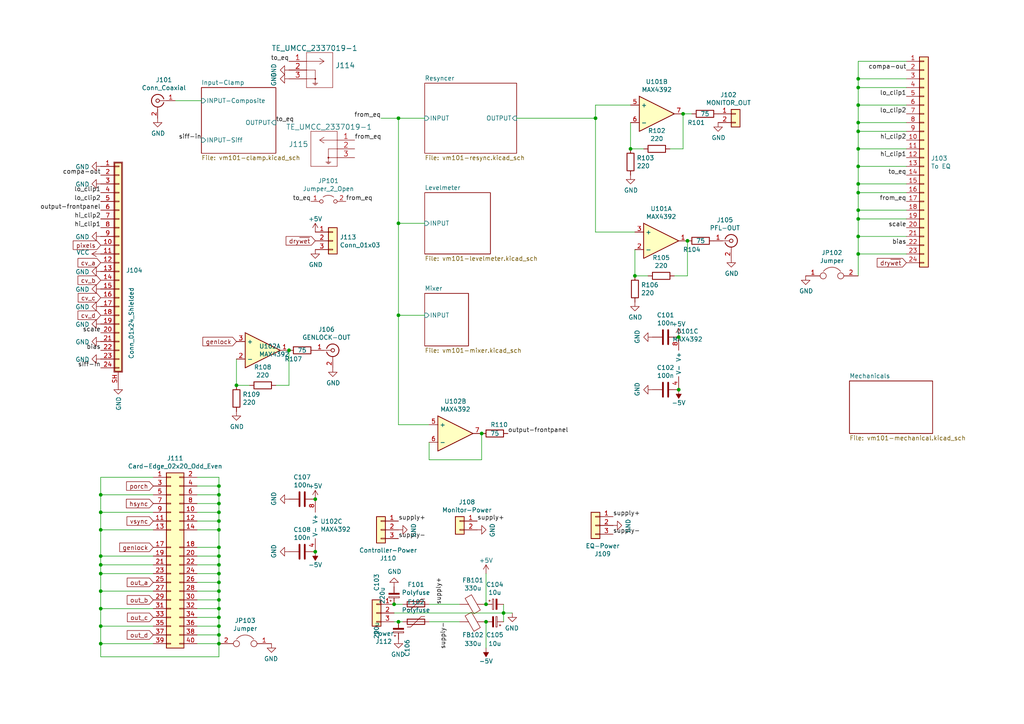
<source format=kicad_sch>
(kicad_sch (version 20211123) (generator eeschema)
  (paper "A4")
  (title_block (title "vMIX20-Analog-Signal-Section") (date "2020-11-23") (company "[ a n y m a ]"))
  (lib_symbols
    (symbol "Connector:Conn_01x01_Female" (pin_names (offset 1.016) hide)
      (property "Reference" "J" (at 0 2.54 0))
      (property "Value" "Conn_01x01_Female" (at 0 -2.54 0))
      (symbol "Conn_01x01_Female_1_1"
        (pin passive line (at -5.08 0 0) (length 3.81) (name "Pin_1") (number "1"))
      )
    )
    (symbol "Connector:Conn_Coaxial" (pin_names (offset 1.016) hide)
      (property "Reference" "J" (at 0.254 3.048 0))
      (property "Value" "Conn_Coaxial" (at 2.921 0 90))
      (symbol "Conn_Coaxial_1_1"
        (pin passive line (at -5.08 0 0) (length 2.54) (name "In") (number "1"))
        (pin passive line (at 0 -5.08 90) (length 2.54) (name "Ext") (number "2"))
      )
    )
    (symbol "Connector_Generic:Conn_01x02" (pin_names (offset 1.016) hide)
      (property "Reference" "J" (at 0 2.54 0))
      (property "Value" "Conn_01x02" (at 0 -5.08 0))
      (symbol "Conn_01x02_1_1"
        (pin passive line (at -5.08 0 0) (length 3.81) (name "Pin_1") (number "1"))
        (pin passive line (at -5.08 -2.54 0) (length 3.81) (name "Pin_2") (number "2"))
      )
    )
    (symbol "Connector_Generic:Conn_01x03" (pin_names (offset 1.016) hide)
      (property "Reference" "J" (at 0 5.08 0))
      (property "Value" "Conn_01x03" (at 0 -5.08 0))
      (symbol "Conn_01x03_1_1"
        (pin passive line (at -5.08 2.54 0) (length 3.81) (name "Pin_1") (number "1"))
        (pin passive line (at -5.08 0 0) (length 3.81) (name "Pin_2") (number "2"))
        (pin passive line (at -5.08 -2.54 0) (length 3.81) (name "Pin_3") (number "3"))
      )
    )
    (symbol "Connector_Generic:Conn_01x24" (pin_names (offset 1.016) hide)
      (property "Reference" "J" (at 0 30.48 0))
      (property "Value" "Conn_01x24" (at 0 -33.02 0))
      (symbol "Conn_01x24_1_1"
        (pin passive line (at -5.08 27.94 0) (length 3.81) (name "Pin_1") (number "1"))
        (pin passive line (at -5.08 5.08 0) (length 3.81) (name "Pin_10") (number "10"))
        (pin passive line (at -5.08 2.54 0) (length 3.81) (name "Pin_11") (number "11"))
        (pin passive line (at -5.08 0 0) (length 3.81) (name "Pin_12") (number "12"))
        (pin passive line (at -5.08 -2.54 0) (length 3.81) (name "Pin_13") (number "13"))
        (pin passive line (at -5.08 -5.08 0) (length 3.81) (name "Pin_14") (number "14"))
        (pin passive line (at -5.08 -7.62 0) (length 3.81) (name "Pin_15") (number "15"))
        (pin passive line (at -5.08 -10.16 0) (length 3.81) (name "Pin_16") (number "16"))
        (pin passive line (at -5.08 -12.7 0) (length 3.81) (name "Pin_17") (number "17"))
        (pin passive line (at -5.08 -15.24 0) (length 3.81) (name "Pin_18") (number "18"))
        (pin passive line (at -5.08 -17.78 0) (length 3.81) (name "Pin_19") (number "19"))
        (pin passive line (at -5.08 25.4 0) (length 3.81) (name "Pin_2") (number "2"))
        (pin passive line (at -5.08 -20.32 0) (length 3.81) (name "Pin_20") (number "20"))
        (pin passive line (at -5.08 -22.86 0) (length 3.81) (name "Pin_21") (number "21"))
        (pin passive line (at -5.08 -25.4 0) (length 3.81) (name "Pin_22") (number "22"))
        (pin passive line (at -5.08 -27.94 0) (length 3.81) (name "Pin_23") (number "23"))
        (pin passive line (at -5.08 -30.48 0) (length 3.81) (name "Pin_24") (number "24"))
        (pin passive line (at -5.08 22.86 0) (length 3.81) (name "Pin_3") (number "3"))
        (pin passive line (at -5.08 20.32 0) (length 3.81) (name "Pin_4") (number "4"))
        (pin passive line (at -5.08 17.78 0) (length 3.81) (name "Pin_5") (number "5"))
        (pin passive line (at -5.08 15.24 0) (length 3.81) (name "Pin_6") (number "6"))
        (pin passive line (at -5.08 12.7 0) (length 3.81) (name "Pin_7") (number "7"))
        (pin passive line (at -5.08 10.16 0) (length 3.81) (name "Pin_8") (number "8"))
        (pin passive line (at -5.08 7.62 0) (length 3.81) (name "Pin_9") (number "9"))
      )
    )
    (symbol "Connector_Generic_Shielded:Conn_01x24_Shielded" (pin_names (offset 1.016) hide)
      (property "Reference" "J" (at 0.254 30.226 0))
      (property "Value" "Conn_01x24_Shielded" (at 1.016 -32.766 0))
      (symbol "Conn_01x24_Shielded_1_1"
        (pin passive line (at -5.08 27.94 0) (length 4.064) (name "Pin_1") (number "1"))
        (pin passive line (at -5.08 5.08 0) (length 4.064) (name "Pin_10") (number "10"))
        (pin passive line (at -5.08 2.54 0) (length 4.064) (name "Pin_11") (number "11"))
        (pin passive line (at -5.08 0 0) (length 4.064) (name "Pin_12") (number "12"))
        (pin passive line (at -5.08 -2.54 0) (length 4.064) (name "Pin_13") (number "13"))
        (pin passive line (at -5.08 -5.08 0) (length 4.064) (name "Pin_14") (number "14"))
        (pin passive line (at -5.08 -7.62 0) (length 4.064) (name "Pin_15") (number "15"))
        (pin passive line (at -5.08 -10.16 0) (length 4.064) (name "Pin_16") (number "16"))
        (pin passive line (at -5.08 -12.7 0) (length 4.064) (name "Pin_17") (number "17"))
        (pin passive line (at -5.08 -15.24 0) (length 4.064) (name "Pin_18") (number "18"))
        (pin passive line (at -5.08 -17.78 0) (length 4.064) (name "Pin_19") (number "19"))
        (pin passive line (at -5.08 25.4 0) (length 4.064) (name "Pin_2") (number "2"))
        (pin passive line (at -5.08 -20.32 0) (length 4.064) (name "Pin_20") (number "20"))
        (pin passive line (at -5.08 -22.86 0) (length 4.064) (name "Pin_21") (number "21"))
        (pin passive line (at -5.08 -25.4 0) (length 4.064) (name "Pin_22") (number "22"))
        (pin passive line (at -5.08 -27.94 0) (length 4.064) (name "Pin_23") (number "23"))
        (pin passive line (at -5.08 -30.48 0) (length 4.064) (name "Pin_24") (number "24"))
        (pin passive line (at -5.08 22.86 0) (length 4.064) (name "Pin_3") (number "3"))
        (pin passive line (at -5.08 20.32 0) (length 4.064) (name "Pin_4") (number "4"))
        (pin passive line (at -5.08 17.78 0) (length 4.064) (name "Pin_5") (number "5"))
        (pin passive line (at -5.08 15.24 0) (length 4.064) (name "Pin_6") (number "6"))
        (pin passive line (at -5.08 12.7 0) (length 4.064) (name "Pin_7") (number "7"))
        (pin passive line (at -5.08 10.16 0) (length 4.064) (name "Pin_8") (number "8"))
        (pin passive line (at -5.08 7.62 0) (length 4.064) (name "Pin_9") (number "9"))
        (pin passive line (at 0 -35.56 90) (length 3.81) (name "Shield") (number "SH"))
      )
    )
    (symbol "Device:C" (pin_numbers hide) (pin_names (offset 0.254))
      (property "Reference" "C" (at 0.635 2.54 0))
      (property "Value" "C" (at 0.635 -2.54 0))
      (symbol "C_1_1"
        (pin passive line (at 0 3.81 270) (length 2.794) (name "~") (number "1"))
        (pin passive line (at 0 -3.81 90) (length 2.794) (name "~") (number "2"))
      )
    )
    (symbol "Device:Jumper" (pin_names (offset 0.762) hide)
      (property "Reference" "JP" (at 0 3.81 0))
      (property "Value" "Device_Jumper" (at 0 -2.032 0))
      (symbol "Jumper_0_1"
        (pin passive line (at -7.62 0 0) (length 4.191) (name "1") (number "1"))
        (pin passive line (at 7.62 0 180) (length 4.191) (name "2") (number "2"))
      )
    )
    (symbol "Device:Polyfuse" (pin_numbers hide) (pin_names (offset 0))
      (property "Reference" "F" (at -2.54 0 90))
      (property "Value" "Polyfuse" (at 2.54 0 90))
      (symbol "Polyfuse_1_1"
        (pin passive line (at 0 3.81 270) (length 1.27) (name "~") (number "1"))
        (pin passive line (at 0 -3.81 90) (length 1.27) (name "~") (number "2"))
      )
    )
    (symbol "Jumper:Jumper_2_Open" (pin_names (offset 0) hide)
      (property "Reference" "JP" (at 0 2.794 0))
      (property "Value" "Jumper_2_Open" (at 0 -2.286 0))
      (symbol "Jumper_2_Open_1_1"
        (pin passive line (at -5.08 0 0) (length 2.54) (name "A") (number "1"))
        (pin passive line (at 5.08 0 180) (length 2.54) (name "B") (number "2"))
      )
    )
    (symbol "power:GND" (power) (pin_names (offset 0))
      (property "Value" "GND" (at 0 -3.81 0))
      (symbol "GND_1_1"
        (pin power_in line (at 0 0 270) (length 0) hide (name "GND") (number "1"))
      )
    )
    (symbol "power:VCC" (power) (pin_names (offset 0))
      (property "Value" "VCC" (at 0 3.81 0))
      (symbol "VCC_1_1"
        (pin power_in line (at 0 0 90) (length 0) hide (name "VCC") (number "1"))
      )
    )
    (symbol "synkie_symbols:+5V" (power) (pin_names (offset 0))
      (property "Value" "+5V" (at 0 3.556 0))
      (symbol "+5V_1_1"
        (pin power_in line (at 0 0 90) (length 0) hide (name "+5V") (number "1"))
      )
    )
    (symbol "synkie_symbols:-5V" (power) (pin_names (offset 0))
      (property "Value" "-5V" (at 0 3.81 0))
      (symbol "-5V_0_0"
        (pin power_in line (at 0 0 90) (length 0) hide (name "-5V") (number "1"))
      )
    )
    (symbol "synkie_symbols:CP_Small" (pin_numbers hide) (pin_names (offset 0.254) hide)
      (property "Reference" "C" (at 0.254 1.778 0))
      (property "Value" "CP_Small" (at 0.254 -2.032 0))
      (symbol "CP_Small_1_1"
        (pin passive line (at 0 2.54 270) (length 1.8542) (name "~") (number "1"))
        (pin passive line (at 0 -2.54 90) (length 1.8542) (name "~") (number "2"))
      )
    )
    (symbol "synkie_symbols:Card-Edge_02x20_Odd_Even" (pin_names (offset 1.016) hide)
      (property "Reference" "J" (at 1.27 25.4 0))
      (property "Value" "Card-Edge_02x20_Odd_Even" (at 1.27 -27.94 0))
      (symbol "Card-Edge_02x20_Odd_Even_1_1"
        (pin passive line (at -5.08 22.86 0) (length 3.81) (name "Pin_1") (number "1"))
        (pin passive line (at 7.62 12.7 180) (length 3.81) (name "Pin_10") (number "10"))
        (pin passive line (at -5.08 10.16 0) (length 3.81) (name "Pin_11") (number "11"))
        (pin passive line (at 7.62 10.16 180) (length 3.81) (name "Pin_12") (number "12"))
        (pin passive line (at -5.08 7.62 0) (length 3.81) (name "Pin_13") (number "13"))
        (pin passive line (at 7.62 7.62 180) (length 3.81) (name "Pin_14") (number "14"))
        (pin passive line (at -5.08 2.54 0) (length 3.81) (name "Pin_17") (number "17"))
        (pin passive line (at 7.62 2.54 180) (length 3.81) (name "Pin_18") (number "18"))
        (pin passive line (at -5.08 0 0) (length 3.81) (name "Pin_19") (number "19"))
        (pin passive line (at 7.62 22.86 180) (length 3.81) (name "Pin_2") (number "2"))
        (pin passive line (at 7.62 0 180) (length 3.81) (name "Pin_20") (number "20"))
        (pin passive line (at -5.08 -2.54 0) (length 3.81) (name "Pin_21") (number "21"))
        (pin passive line (at 7.62 -2.54 180) (length 3.81) (name "Pin_22") (number "22"))
        (pin passive line (at -5.08 -5.08 0) (length 3.81) (name "Pin_23") (number "23"))
        (pin passive line (at 7.62 -5.08 180) (length 3.81) (name "Pin_24") (number "24"))
        (pin passive line (at -5.08 -7.62 0) (length 3.81) (name "Pin_25") (number "25"))
        (pin passive line (at 7.62 -7.62 180) (length 3.81) (name "Pin_26") (number "26"))
        (pin passive line (at -5.08 -10.16 0) (length 3.81) (name "Pin_27") (number "27"))
        (pin passive line (at 7.62 -10.16 180) (length 3.81) (name "Pin_28") (number "28"))
        (pin passive line (at -5.08 -12.7 0) (length 3.81) (name "Pin_29") (number "29"))
        (pin passive line (at -5.08 20.32 0) (length 3.81) (name "Pin_3") (number "3"))
        (pin passive line (at 7.62 -12.7 180) (length 3.81) (name "Pin_30") (number "30"))
        (pin passive line (at -5.08 -15.24 0) (length 3.81) (name "Pin_31") (number "31"))
        (pin passive line (at 7.62 -15.24 180) (length 3.81) (name "Pin_32") (number "32"))
        (pin passive line (at -5.08 -17.78 0) (length 3.81) (name "Pin_33") (number "33"))
        (pin passive line (at 7.62 -17.78 180) (length 3.81) (name "Pin_34") (number "34"))
        (pin passive line (at -5.08 -20.32 0) (length 3.81) (name "Pin_35") (number "35"))
        (pin passive line (at 7.62 -20.32 180) (length 3.81) (name "Pin_36") (number "36"))
        (pin passive line (at -5.08 -22.86 0) (length 3.81) (name "Pin_37") (number "37"))
        (pin passive line (at 7.62 -22.86 180) (length 3.81) (name "Pin_38") (number "38"))
        (pin passive line (at -5.08 -25.4 0) (length 3.81) (name "Pin_39") (number "39"))
        (pin passive line (at 7.62 20.32 180) (length 3.81) (name "Pin_4") (number "4"))
        (pin passive line (at 7.62 -25.4 180) (length 3.81) (name "Pin_40") (number "40"))
        (pin passive line (at -5.08 17.78 0) (length 3.81) (name "Pin_5") (number "5"))
        (pin passive line (at 7.62 17.78 180) (length 3.81) (name "Pin_6") (number "6"))
        (pin passive line (at -5.08 15.24 0) (length 3.81) (name "Pin_7") (number "7"))
        (pin passive line (at 7.62 15.24 180) (length 3.81) (name "Pin_8") (number "8"))
        (pin passive line (at -5.08 12.7 0) (length 3.81) (name "Pin_9") (number "9"))
      )
    )
    (symbol "synkie_symbols:Conn_01x03" (pin_names (offset 1.016) hide)
      (property "Reference" "J" (at 0 5.08 0))
      (property "Value" "Conn_01x03" (at 0 -5.08 0))
      (symbol "Conn_01x03_1_1"
        (pin passive line (at -5.08 2.54 0) (length 3.81) (name "Pin_1") (number "1"))
        (pin passive line (at -5.08 0 0) (length 3.81) (name "Pin_2") (number "2"))
        (pin passive line (at -5.08 -2.54 0) (length 3.81) (name "Pin_3") (number "3"))
      )
    )
    (symbol "synkie_symbols:Ferrite_Bead" (pin_numbers hide) (pin_names (offset 0))
      (property "Reference" "FB" (at -3.81 0.635 90))
      (property "Value" "Ferrite_Bead" (at 3.81 0 90))
      (symbol "Ferrite_Bead_1_1"
        (pin passive line (at 0 3.81 270) (length 2.54) (name "~") (number "1"))
        (pin passive line (at 0 -3.81 90) (length 2.54) (name "~") (number "2"))
      )
    )
    (symbol "synkie_symbols:GND" (power) (pin_names (offset 0))
      (property "Value" "GND" (at 0 -3.81 0))
      (symbol "GND_1_1"
        (pin power_in line (at 0 0 270) (length 0) hide (name "GND") (number "1"))
      )
    )
    (symbol "synkie_symbols:MAX4392"
      (property "Reference" "U" (at 0 5.08 0))
      (property "Value" "MAX4392" (at 0 -5.08 0))
      (symbol "MAX4392_1_1"
        (pin output line (at 7.62 0 180) (length 2.54) (name "~") (number "1"))
        (pin input line (at -7.62 -2.54 0) (length 2.54) (name "-") (number "2"))
        (pin input line (at -7.62 2.54 0) (length 2.54) (name "+") (number "3"))
      )
      (symbol "MAX4392_2_1"
        (pin input line (at -7.62 2.54 0) (length 2.54) (name "+") (number "5"))
        (pin input line (at -7.62 -2.54 0) (length 2.54) (name "-") (number "6"))
        (pin output line (at 7.62 0 180) (length 2.54) (name "~") (number "7"))
      )
      (symbol "MAX4392_3_1"
        (pin power_in line (at -2.54 -7.62 90) (length 3.81) (name "V-") (number "4"))
        (pin power_in line (at -2.54 7.62 270) (length 3.81) (name "V+") (number "8"))
      )
    )
    (symbol "synkie_symbols:R" (pin_numbers hide) (pin_names (offset 0))
      (property "Reference" "R" (at 2.032 0 90))
      (property "Value" "R" (at 0 0 90))
      (symbol "R_1_1"
        (pin passive line (at 0 3.81 270) (length 1.27) (name "~") (number "1"))
        (pin passive line (at 0 -3.81 90) (length 1.27) (name "~") (number "2"))
      )
    )
    (symbol "vm101-inout-rescue:TE_UMCC_2337019-1-synkie_symbols" (pin_names (offset 0.254) hide)
      (property "Reference" "J" (at 8.89 6.35 0))
      (property "Value" "TE_UMCC_2337019-1-synkie_symbols" (at 10.16 -2.54 0))
      (symbol "TE_UMCC_2337019-1-synkie_symbols_1_1"
        (pin unspecified line (at 0 0 0) (length 5.08) (name "1") (number "1"))
        (pin unspecified line (at 0 -2.54 0) (length 5.08) (name "2") (number "2"))
        (pin unspecified line (at 0 -5.08 0) (length 5.08) (name "3") (number "3"))
      )
    )
  )
  (junction (at 63.5 153.67))
  (junction (at 63.5 173.99))
  (junction (at 248.92 22.86))
  (junction (at 63.5 163.83))
  (junction (at 68.58 111.76))
  (junction (at 29.21 186.69))
  (junction (at 63.5 179.07))
  (junction (at 63.5 186.69))
  (junction (at 29.21 171.45))
  (junction (at 114.3 175.26))
  (junction (at 63.5 146.05))
  (junction (at 115.57 64.77))
  (junction (at 199.39 69.85))
  (junction (at 29.21 176.53))
  (junction (at 29.21 163.83))
  (junction (at 248.92 60.96))
  (junction (at 182.88 43.18))
  (junction (at 63.5 148.59))
  (junction (at 63.5 140.97))
  (junction (at 63.5 181.61))
  (junction (at 140.97 180.34))
  (junction (at 91.44 160.02))
  (junction (at 140.97 175.26))
  (junction (at 29.21 166.37))
  (junction (at 63.5 151.13))
  (junction (at 63.5 171.45))
  (junction (at 248.92 43.18))
  (junction (at 196.85 97.79))
  (junction (at 248.92 48.26))
  (junction (at 248.92 63.5))
  (junction (at 248.92 53.34))
  (junction (at 29.21 143.51))
  (junction (at 83.82 101.6))
  (junction (at 139.7 125.73))
  (junction (at 115.57 91.44))
  (junction (at 248.92 30.48))
  (junction (at 172.72 34.29))
  (junction (at 198.12 33.02))
  (junction (at 63.5 158.75))
  (junction (at 29.21 181.61))
  (junction (at 63.5 166.37))
  (junction (at 248.92 35.56))
  (junction (at 63.5 184.15))
  (junction (at 196.85 113.03))
  (junction (at 63.5 143.51))
  (junction (at 29.21 161.29))
  (junction (at 29.21 153.67))
  (junction (at 63.5 176.53))
  (junction (at 184.15 80.01))
  (junction (at 29.21 148.59))
  (junction (at 63.5 168.91))
  (junction (at 248.92 25.4))
  (junction (at 248.92 55.88))
  (junction (at 248.92 38.1))
  (junction (at 115.57 180.34))
  (junction (at 248.92 73.66))
  (junction (at 63.5 161.29))
  (junction (at 146.05 177.8))
  (junction (at 91.44 144.78))
  (junction (at 248.92 68.58))
  (junction (at 115.57 34.29))
  (wire (pts (xy 115.57 180.34) (xy 116.84 180.34)))
  (wire (pts (xy 72.39 111.76) (xy 68.58 111.76)))
  (wire (pts (xy 248.92 48.26) (xy 248.92 53.34)))
  (wire (pts (xy 44.45 143.51) (xy 29.21 143.51)))
  (wire (pts (xy 139.7 133.35) (xy 139.7 125.73)))
  (wire (pts (xy 68.58 104.14) (xy 68.58 111.76)))
  (wire (pts (xy 248.92 30.48) (xy 248.92 35.56)))
  (wire (pts (xy 133.35 175.26) (xy 124.46 175.26)))
  (wire (pts (xy 115.57 34.29) (xy 123.19 34.29)))
  (wire (pts (xy 63.5 163.83) (xy 63.5 166.37)))
  (wire (pts (xy 44.45 171.45) (xy 29.21 171.45)))
  (wire (pts (xy 57.15 168.91) (xy 63.5 168.91)))
  (wire (pts (xy 114.3 177.8) (xy 146.05 177.8)))
  (wire (pts (xy 262.89 55.88) (xy 248.92 55.88)))
  (wire (pts (xy 63.5 190.5) (xy 63.5 186.69)))
  (wire (pts (xy 172.72 30.48) (xy 172.72 34.29)))
  (wire (pts (xy 182.88 35.56) (xy 182.88 43.18)))
  (wire (pts (xy 124.46 133.35) (xy 139.7 133.35)))
  (wire (pts (xy 248.92 68.58) (xy 248.92 73.66)))
  (wire (pts (xy 44.45 148.59) (xy 29.21 148.59)))
  (wire (pts (xy 198.12 43.18) (xy 198.12 33.02)))
  (wire (pts (xy 248.92 38.1) (xy 248.92 43.18)))
  (wire (pts (xy 63.5 166.37) (xy 63.5 168.91)))
  (wire (pts (xy 29.21 138.43) (xy 29.21 143.51)))
  (wire (pts (xy 50.8 29.21) (xy 58.42 29.21)))
  (wire (pts (xy 200.66 33.02) (xy 198.12 33.02)))
  (wire (pts (xy 248.92 25.4) (xy 248.92 30.48)))
  (wire (pts (xy 57.15 138.43) (xy 63.5 138.43)))
  (wire (pts (xy 57.15 143.51) (xy 63.5 143.51)))
  (wire (pts (xy 63.5 171.45) (xy 63.5 173.99)))
  (wire (pts (xy 57.15 184.15) (xy 63.5 184.15)))
  (wire (pts (xy 44.45 161.29) (xy 29.21 161.29)))
  (wire (pts (xy 186.69 43.18) (xy 182.88 43.18)))
  (wire (pts (xy -375.92 -246.38) (xy -337.82 -246.38)))
  (wire (pts (xy 44.45 176.53) (xy 29.21 176.53)))
  (wire (pts (xy 63.5 186.69) (xy 57.15 186.69)))
  (wire (pts (xy 146.05 175.26) (xy 146.05 177.8)))
  (wire (pts (xy 57.15 140.97) (xy 63.5 140.97)))
  (wire (pts (xy 115.57 64.77) (xy 115.57 34.29)))
  (wire (pts (xy 29.21 163.83) (xy 29.21 166.37)))
  (wire (pts (xy 262.89 48.26) (xy 248.92 48.26)))
  (wire (pts (xy 248.92 22.86) (xy 248.92 25.4)))
  (wire (pts (xy 44.45 186.69) (xy 29.21 186.69)))
  (wire (pts (xy 110.49 34.29) (xy 115.57 34.29)))
  (wire (pts (xy 44.45 166.37) (xy 29.21 166.37)))
  (wire (pts (xy 123.19 91.44) (xy 115.57 91.44)))
  (wire (pts (xy 114.3 175.26) (xy 116.84 175.26)))
  (wire (pts (xy 57.15 158.75) (xy 63.5 158.75)))
  (wire (pts (xy 57.15 148.59) (xy 63.5 148.59)))
  (wire (pts (xy 124.46 180.34) (xy 133.35 180.34)))
  (wire (pts (xy 248.92 35.56) (xy 248.92 38.1)))
  (wire (pts (xy 63.5 148.59) (xy 63.5 151.13)))
  (wire (pts (xy 184.15 72.39) (xy 184.15 80.01)))
  (wire (pts (xy 194.31 43.18) (xy 198.12 43.18)))
  (wire (pts (xy 182.88 30.48) (xy 172.72 30.48)))
  (wire (pts (xy 248.92 43.18) (xy 248.92 48.26)))
  (wire (pts (xy 140.97 187.96) (xy 140.97 180.34)))
  (wire (pts (xy 124.46 128.27) (xy 124.46 133.35)))
  (wire (pts (xy 115.57 91.44) (xy 115.57 123.19)))
  (wire (pts (xy 63.5 153.67) (xy 63.5 158.75)))
  (wire (pts (xy 195.58 80.01) (xy 199.39 80.01)))
  (wire (pts (xy 63.5 181.61) (xy 63.5 184.15)))
  (wire (pts (xy 29.21 186.69) (xy 29.21 190.5)))
  (wire (pts (xy 57.15 176.53) (xy 63.5 176.53)))
  (wire (pts (xy 29.21 148.59) (xy 29.21 153.67)))
  (wire (pts (xy 44.45 181.61) (xy 29.21 181.61)))
  (wire (pts (xy 57.15 166.37) (xy 63.5 166.37)))
  (wire (pts (xy 262.89 22.86) (xy 248.92 22.86)))
  (wire (pts (xy 63.5 161.29) (xy 63.5 163.83)))
  (wire (pts (xy 29.21 153.67) (xy 29.21 161.29)))
  (wire (pts (xy 149.86 34.29) (xy 172.72 34.29)))
  (wire (pts (xy 44.45 138.43) (xy 29.21 138.43)))
  (wire (pts (xy 248.92 55.88) (xy 248.92 60.96)))
  (wire (pts (xy 29.21 181.61) (xy 29.21 186.69)))
  (wire (pts (xy 172.72 34.29) (xy 172.72 67.31)))
  (wire (pts (xy 63.5 158.75) (xy 63.5 161.29)))
  (wire (pts (xy 29.21 161.29) (xy 29.21 163.83)))
  (wire (pts (xy 248.92 53.34) (xy 248.92 55.88)))
  (wire (pts (xy 262.89 38.1) (xy 248.92 38.1)))
  (wire (pts (xy 63.5 179.07) (xy 63.5 181.61)))
  (wire (pts (xy 172.72 67.31) (xy 184.15 67.31)))
  (wire (pts (xy 44.45 163.83) (xy 29.21 163.83)))
  (wire (pts (xy 199.39 80.01) (xy 199.39 69.85)))
  (wire (pts (xy 29.21 176.53) (xy 29.21 181.61)))
  (wire (pts (xy 57.15 179.07) (xy 63.5 179.07)))
  (wire (pts (xy 114.3 180.34) (xy 115.57 180.34)))
  (wire (pts (xy 63.5 168.91) (xy 63.5 171.45)))
  (wire (pts (xy 248.92 73.66) (xy 248.92 80.01)))
  (wire (pts (xy 29.21 143.51) (xy 29.21 148.59)))
  (wire (pts (xy 262.89 25.4) (xy 248.92 25.4)))
  (wire (pts (xy 80.01 111.76) (xy 83.82 111.76)))
  (wire (pts (xy 124.46 123.19) (xy 115.57 123.19)))
  (wire (pts (xy 262.89 30.48) (xy 248.92 30.48)))
  (wire (pts (xy 63.5 184.15) (xy 63.5 186.69)))
  (wire (pts (xy 63.5 140.97) (xy 63.5 143.51)))
  (wire (pts (xy 262.89 63.5) (xy 248.92 63.5)))
  (wire (pts (xy 44.45 153.67) (xy 29.21 153.67)))
  (wire (pts (xy 83.82 111.76) (xy 83.82 101.6)))
  (wire (pts (xy 262.89 60.96) (xy 248.92 60.96)))
  (wire (pts (xy 29.21 171.45) (xy 29.21 176.53)))
  (wire (pts (xy 146.05 177.8) (xy 146.05 180.34)))
  (wire (pts (xy 63.5 146.05) (xy 63.5 148.59)))
  (wire (pts (xy 140.97 166.37) (xy 140.97 175.26)))
  (wire (pts (xy 29.21 190.5) (xy 63.5 190.5)))
  (wire (pts (xy 63.5 176.53) (xy 63.5 179.07)))
  (wire (pts (xy 57.15 146.05) (xy 63.5 146.05)))
  (wire (pts (xy 63.5 138.43) (xy 63.5 140.97)))
  (wire (pts (xy 63.5 143.51) (xy 63.5 146.05)))
  (wire (pts (xy 57.15 173.99) (xy 63.5 173.99)))
  (wire (pts (xy 57.15 181.61) (xy 63.5 181.61)))
  (wire (pts (xy 262.89 35.56) (xy 248.92 35.56)))
  (wire (pts (xy 123.19 64.77) (xy 115.57 64.77)))
  (wire (pts (xy 262.89 17.78) (xy 248.92 17.78)))
  (wire (pts (xy 63.5 151.13) (xy 63.5 153.67)))
  (wire (pts (xy 57.15 151.13) (xy 63.5 151.13)))
  (wire (pts (xy 248.92 60.96) (xy 248.92 63.5)))
  (wire (pts (xy 262.89 43.18) (xy 248.92 43.18)))
  (wire (pts (xy 262.89 53.34) (xy 248.92 53.34)))
  (wire (pts (xy 57.15 171.45) (xy 63.5 171.45)))
  (wire (pts (xy 262.89 73.66) (xy 248.92 73.66)))
  (wire (pts (xy -375.92 139.7) (xy -375.92 -246.38)))
  (wire (pts (xy 29.21 166.37) (xy 29.21 171.45)))
  (wire (pts (xy 248.92 63.5) (xy 248.92 68.58)))
  (wire (pts (xy 146.05 177.8) (xy 148.59 177.8)))
  (wire (pts (xy 57.15 161.29) (xy 63.5 161.29)))
  (wire (pts (xy 57.15 153.67) (xy 63.5 153.67)))
  (wire (pts (xy 63.5 173.99) (xy 63.5 176.53)))
  (wire (pts (xy 187.96 80.01) (xy 184.15 80.01)))
  (wire (pts (xy 248.92 17.78) (xy 248.92 22.86)))
  (wire (pts (xy 262.89 68.58) (xy 248.92 68.58)))
  (wire (pts (xy 115.57 64.77) (xy 115.57 91.44)))
  (wire (pts (xy 57.15 163.83) (xy 63.5 163.83)))
  (label "compa-out" (at 29.21 50.8 180))
  (label "hi_clip2" (at 29.21 63.5 180))
  (label "lo_clip1" (at 262.89 27.94 180))
  (label "hi_clip2" (at 262.89 40.64 180))
  (label "from_eq" (at 110.49 34.29 180))
  (label "supply-" (at 177.8 154.94 0))
  (label "from_eq" (at 100.33 58.42 0))
  (label "scale" (at 262.89 66.04 180))
  (label "lo_clip2" (at 29.21 58.42 180))
  (label "compa-out" (at 262.89 20.32 180))
  (label "supply+" (at 138.43 151.13 0))
  (label "lo_clip2" (at 262.89 33.02 180))
  (label "to_eq" (at 90.17 58.42 180))
  (label "output-frontpanel" (at 29.21 60.96 180))
  (label "hi_clip1" (at 29.21 66.04 180))
  (label "to_eq" (at 262.89 50.8 180))
  (label "to_eq" (at 80.01 35.56 0))
  (label "supply+" (at 177.8 149.86 0))
  (label "bias" (at 29.21 101.6 180))
  (label "from_eq" (at 262.89 58.42 180))
  (label "supply-" (at 115.57 156.21 0))
  (label "supply+" (at 115.57 151.13 0))
  (label "from_eq" (at 102.87 40.64 0))
  (label "lo_clip1" (at 29.21 55.88 180))
  (label "scale" (at 29.21 96.52 180))
  (label "supply-" (at 129.54 180.34 270))
  (label "bias" (at 262.89 71.12 180))
  (label "output-frontpanel" (at 147.32 125.73 0))
  (label "supply+" (at 128.27 175.26 90))
  (label "siff-in" (at 58.42 40.64 180))
  (label "siff-in" (at 29.21 106.68 180))
  (label "hi_clip1" (at 262.89 45.72 180))
  (label "to_eq" (at 83.82 17.78 180))
  (global_label "cv_d" (shape input) (at 29.21 91.44 180) (property "Intersheet References" "${INTERSHEET_REFS}" (effects hide)))
  (global_label "dry~{wet}" (shape input) (at 91.44 69.85 180) (property "Intersheet References" "${INTERSHEET_REFS}" (effects hide)))
  (global_label "cv_b" (shape input) (at 29.21 81.28 180) (property "Intersheet References" "${INTERSHEET_REFS}" (effects hide)))
  (global_label "out_a" (shape input) (at 44.45 168.91 180) (property "Intersheet References" "${INTERSHEET_REFS}" (effects hide)))
  (global_label "genlock" (shape input) (at 68.58 99.06 180) (property "Intersheet References" "${INTERSHEET_REFS}" (effects hide)))
  (global_label "out_c" (shape input) (at 44.45 179.07 180) (property "Intersheet References" "${INTERSHEET_REFS}" (effects hide)))
  (global_label "genlock" (shape input) (at 44.45 158.75 180) (property "Intersheet References" "${INTERSHEET_REFS}" (effects hide)))
  (global_label "hsync" (shape input) (at 44.45 146.05 180) (property "Intersheet References" "${INTERSHEET_REFS}" (effects hide)))
  (global_label "pixels" (shape input) (at 29.21 71.12 180) (property "Intersheet References" "${INTERSHEET_REFS}" (effects hide)))
  (global_label "out_b" (shape input) (at 44.45 173.99 180) (property "Intersheet References" "${INTERSHEET_REFS}" (effects hide)))
  (global_label "vsync" (shape input) (at 44.45 151.13 180) (property "Intersheet References" "${INTERSHEET_REFS}" (effects hide)))
  (global_label "porch" (shape input) (at 44.45 140.97 180) (property "Intersheet References" "${INTERSHEET_REFS}" (effects hide)))
  (global_label "cv_c" (shape input) (at 29.21 86.36 180) (property "Intersheet References" "${INTERSHEET_REFS}" (effects hide)))
  (global_label "cv_a" (shape input) (at 29.21 76.2 180) (property "Intersheet References" "${INTERSHEET_REFS}" (effects hide)))
  (global_label "dry~{wet}" (shape input) (at 262.89 76.2 180) (property "Intersheet References" "${INTERSHEET_REFS}" (effects hide)))
  (global_label "out_d" (shape input) (at 44.45 184.15 180) (property "Intersheet References" "${INTERSHEET_REFS}" (effects hide)))
  (symbol (lib_id "synkie_symbols:Conn_01x03") (at 109.22 177.8 0) (mirror y) (unit 1)
    (property "Reference" "J112" (at 111.3028 186.055 0))
    (property "Value" "Power" (at 111.3028 183.7436 0))
    (property "Footprint" "synkie_footprints:Molex_KK-254_AE-6410-03A_1x03_P2.54mm_Vertical" (effects hide))
  )
  (symbol (lib_id "synkie_symbols:CP_Small") (at 143.51 175.26 90) (mirror x) (unit 1)
    (property "Reference" "C104" (at 143.51 169.545 90))
    (property "Value" "10u" (at 143.51 171.8564 90))
    (property "Footprint" "synkie_footprints:CP_EIA-3528-21_Kemet-B_Pad1.50x2.35mm_HandSolder" (effects hide))
  )
  (symbol (lib_id "synkie_symbols:Ferrite_Bead") (at 137.16 175.26 90) (mirror x) (unit 1)
    (property "Reference" "FB101" (at 137.16 168.3004 90))
    (property "Value" "330u" (at 137.16 170.6118 90))
    (property "Footprint" "synkie_footprints:L_0805_2012Metric_Pad1.15x1.40mm_HandSolder" (effects hide))
  )
  (symbol (lib_id "synkie_symbols:Ferrite_Bead") (at 137.16 180.34 90) (mirror x) (unit 1)
    (property "Reference" "FB102" (at 137.16 184.15 90))
    (property "Value" "330u" (at 137.16 186.69 90))
    (property "Footprint" "synkie_footprints:L_0805_2012Metric_Pad1.15x1.40mm_HandSolder" (effects hide))
  )
  (symbol (lib_id "synkie_symbols:CP_Small") (at 143.51 180.34 270) (mirror x) (unit 1)
    (property "Reference" "C105" (at 143.51 184.15 90))
    (property "Value" "10u" (at 143.51 186.69 90))
    (property "Footprint" "synkie_footprints:CP_EIA-3528-21_Kemet-B_Pad1.50x2.35mm_HandSolder" (effects hide))
  )
  (symbol (lib_id "synkie_symbols:GND") (at 148.59 177.8 0) (mirror y) (unit 1)
    (property "Reference" "#PWR0139" (effects hide))
    (property "Value" "GND" (at 148.463 182.1942 0))
  )
  (symbol (lib_id "synkie_symbols:-5V") (at 140.97 187.96 0) (mirror x) (unit 1)
    (property "Reference" "#PWR0142" (effects hide))
    (property "Value" "-5V" (at 140.97 191.77 0))
  )
  (symbol (lib_id "Connector:Conn_01x01_Female") (at 514.35 110.49 0) (unit 1)
    (property "Reference" "J107" (at 515.0612 109.8296 0) (effects (justify left)))
    (property "Value" "gnd" (at 515.0612 112.141 0) (effects (justify left)))
    (property "Footprint" "synkie_footprints:Solderpad_1mm" (effects hide))
  )
  (symbol (lib_id "synkie_symbols:GND") (at 509.27 110.49 0) (unit 1)
    (property "Reference" "#PWR0130" (effects hide))
    (property "Value" "GND" (at 509.397 114.8842 0))
  )
  (symbol (lib_id "synkie_symbols:MAX4392") (at 199.39 105.41 0) (unit 3)
    (property "Reference" "U101" (at 199.39 96.0882 0))
    (property "Value" "MAX4392" (at 199.39 98.3996 0))
    (property "Footprint" "synkie_footprints:SOIC-8_3.9x4.9mm_P1.27mm" (effects hide))
  )
  (symbol (lib_id "synkie_symbols:MAX4392") (at 132.08 125.73 0) (unit 2)
    (property "Reference" "U102" (at 132.08 116.4082 0))
    (property "Value" "MAX4392" (at 132.08 118.7196 0))
    (property "Footprint" "synkie_footprints:SOIC-8_3.9x4.9mm_P1.27mm" (effects hide))
  )
  (symbol (lib_id "synkie_symbols:MAX4392") (at 76.2 101.6 0) (unit 1)
    (property "Reference" "U102" (at 75.1332 100.4316 0) (effects (justify left)))
    (property "Value" "MAX4392" (at 75.1332 102.743 0) (effects (justify left)))
    (property "Footprint" "synkie_footprints:SOIC-8_3.9x4.9mm_P1.27mm" (effects hide))
  )
  (symbol (lib_id "synkie_symbols:-5V") (at 196.85 113.03 0) (mirror x) (unit 1)
    (property "Reference" "#PWR0132" (effects hide))
    (property "Value" "-5V" (at 196.85 116.84 0))
  )
  (symbol (lib_id "synkie_symbols:+5V") (at 196.85 97.79 0) (mirror y) (unit 1)
    (property "Reference" "#PWR0127" (effects hide))
    (property "Value" "+5V" (at 196.85 93.98 0))
  )
  (symbol (lib_id "Device:C") (at 193.04 97.79 90) (unit 1)
    (property "Reference" "C101" (at 193.04 91.3892 90))
    (property "Value" "100n" (at 193.04 93.7006 90))
    (property "Footprint" "synkie_footprints:C_0603_1608Metric_Pad1.05x0.95mm_HandSolder" (effects hide))
  )
  (symbol (lib_id "Device:C") (at 193.04 113.03 90) (unit 1)
    (property "Reference" "C102" (at 193.04 106.6292 90))
    (property "Value" "100n" (at 193.04 108.9406 90))
    (property "Footprint" "synkie_footprints:C_0603_1608Metric_Pad1.05x0.95mm_HandSolder" (effects hide))
  )
  (symbol (lib_id "power:GND") (at 29.21 48.26 270) (unit 1)
    (property "Reference" "#PWR0101" (effects hide))
    (property "Value" "GND" (at 25.9588 48.387 90) (effects (justify right)))
  )
  (symbol (lib_id "power:GND") (at 29.21 53.34 270) (unit 1)
    (property "Reference" "#PWR0102" (effects hide))
    (property "Value" "GND" (at 25.9588 53.467 90) (effects (justify right)))
  )
  (symbol (lib_id "synkie_symbols:GND") (at 189.23 97.79 270) (mirror x) (unit 1)
    (property "Reference" "#PWR0126" (effects hide))
    (property "Value" "GND" (at 184.8358 97.663 0))
  )
  (symbol (lib_id "synkie_symbols:GND") (at 189.23 113.03 270) (mirror x) (unit 1)
    (property "Reference" "#PWR0131" (effects hide))
    (property "Value" "GND" (at 184.8358 112.903 0))
  )
  (symbol (lib_id "power:GND") (at 29.21 99.06 270) (unit 1)
    (property "Reference" "#PWR0121" (effects hide))
    (property "Value" "GND" (at 25.9588 99.187 90) (effects (justify right)))
  )
  (symbol (lib_id "Connector_Generic:Conn_01x24") (at 267.97 45.72 0) (unit 1)
    (property "Reference" "J103" (at 270.002 45.9232 0) (effects (justify left)))
    (property "Value" "To EQ" (at 270.002 48.2346 0) (effects (justify left)))
    (property "Footprint" "Connector_FFC-FPC:Hirose_FH12-24S-0.5SH_1x24-1MP_P0.50mm_Horizontal" (effects hide))
  )
  (symbol (lib_id "synkie_symbols:Card-Edge_02x20_Odd_Even") (at 49.53 161.29 0) (unit 1)
    (property "Reference" "J111" (at 50.8 132.9182 0))
    (property "Value" "Card-Edge_02x20_Odd_Even" (at 50.8 135.2296 0))
    (property "Footprint" "Connector_PCBEdge:Samtec_MECF-20-0_-L-DV_2x20_P1.27mm_Polarized_Edge" (effects hide))
  )
  (symbol (lib_id "power:GND") (at 29.21 68.58 270) (unit 1)
    (property "Reference" "#PWR0108" (effects hide))
    (property "Value" "GND" (at 25.9588 68.707 90) (effects (justify right)))
  )
  (symbol (lib_id "power:VCC") (at 29.21 73.66 90) (unit 1)
    (property "Reference" "#PWR0110" (effects hide))
    (property "Value" "VCC" (at 25.9842 73.2028 90) (effects (justify left)))
  )
  (symbol (lib_id "power:GND") (at 29.21 78.74 270) (unit 1)
    (property "Reference" "#PWR0114" (effects hide))
    (property "Value" "GND" (at 25.9588 78.867 90) (effects (justify right)))
  )
  (symbol (lib_id "power:GND") (at 29.21 83.82 270) (unit 1)
    (property "Reference" "#PWR0115" (effects hide))
    (property "Value" "GND" (at 25.9588 83.947 90) (effects (justify right)))
  )
  (symbol (lib_id "power:GND") (at 29.21 88.9 270) (unit 1)
    (property "Reference" "#PWR0116" (effects hide))
    (property "Value" "GND" (at 25.9588 89.027 90) (effects (justify right)))
  )
  (symbol (lib_id "power:GND") (at 29.21 104.14 270) (unit 1)
    (property "Reference" "#PWR0123" (effects hide))
    (property "Value" "GND" (at 25.9588 104.267 90) (effects (justify right)))
  )
  (symbol (lib_id "power:GND") (at 29.21 93.98 270) (unit 1)
    (property "Reference" "#PWR0118" (effects hide))
    (property "Value" "GND" (at 25.9588 94.107 90) (effects (justify right)))
  )
  (symbol (lib_id "power:GND") (at 34.29 111.76 0) (unit 1)
    (property "Reference" "#PWR0128" (effects hide))
    (property "Value" "GND" (at 34.417 115.0112 90) (effects (justify right)))
  )
  (symbol (lib_id "synkie_symbols:R") (at 190.5 43.18 270) (unit 1)
    (property "Reference" "R102" (at 190.5 37.9222 90))
    (property "Value" "220" (at 190.5 40.2336 90))
    (property "Footprint" "synkie_footprints:R_0805_2012Metric_Pad1.15x1.40mm_HandSolder" (effects hide))
  )
  (symbol (lib_id "synkie_symbols:R") (at 182.88 46.99 180) (unit 1)
    (property "Reference" "R103" (at 184.658 45.8216 0) (effects (justify right)))
    (property "Value" "220" (at 184.658 48.133 0) (effects (justify right)))
    (property "Footprint" "synkie_footprints:R_0805_2012Metric_Pad1.15x1.40mm_HandSolder" (effects hide))
  )
  (symbol (lib_id "synkie_symbols:GND") (at 182.88 50.8 0) (unit 1)
    (property "Reference" "#PWR0111" (effects hide))
    (property "Value" "GND" (at 183.007 55.1942 0))
  )
  (symbol (lib_id "synkie_symbols:MAX4392") (at 191.77 69.85 0) (unit 1)
    (property "Reference" "U101" (at 191.77 60.5282 0))
    (property "Value" "MAX4392" (at 191.77 62.8396 0))
    (property "Footprint" "synkie_footprints:SOIC-8_3.9x4.9mm_P1.27mm" (effects hide))
  )
  (symbol (lib_id "synkie_symbols:MAX4392") (at 190.5 33.02 0) (unit 2)
    (property "Reference" "U101" (at 190.5 23.6982 0))
    (property "Value" "MAX4392" (at 190.5 26.0096 0))
    (property "Footprint" "synkie_footprints:SOIC-8_3.9x4.9mm_P1.27mm" (effects hide))
  )
  (symbol (lib_id "Connector:Conn_Coaxial") (at 212.09 69.85 0) (unit 1)
    (property "Reference" "J105" (at 210.2612 63.8048 0))
    (property "Value" "PFL-OUT" (at 210.2612 66.1162 0))
    (property "Footprint" "Connector_Coaxial:BNC_Amphenol_B6252HB-NPP3G-50_Horizontal" (effects hide))
    (property "Datasheet" " ~" (effects hide))
  )
  (symbol (lib_id "synkie_symbols:R") (at 203.2 69.85 90) (unit 1)
    (property "Reference" "R104" (at 200.66 72.39 90))
    (property "Value" "75" (at 203.2 69.85 90))
    (property "Footprint" "synkie_footprints:R_0805_2012Metric_Pad1.15x1.40mm_HandSolder" (effects hide))
  )
  (symbol (lib_id "synkie_symbols:+5V") (at 140.97 166.37 0) (mirror y) (unit 1)
    (property "Reference" "#PWR0137" (effects hide))
    (property "Value" "+5V" (at 140.97 162.56 0))
  )
  (symbol (lib_id "synkie_symbols:R") (at 191.77 80.01 270) (unit 1)
    (property "Reference" "R105" (at 191.77 74.7522 90))
    (property "Value" "220" (at 191.77 77.0636 90))
    (property "Footprint" "synkie_footprints:R_0805_2012Metric_Pad1.15x1.40mm_HandSolder" (effects hide))
  )
  (symbol (lib_id "synkie_symbols:R") (at 184.15 83.82 180) (unit 1)
    (property "Reference" "R106" (at 185.928 82.6516 0) (effects (justify right)))
    (property "Value" "220" (at 185.928 84.963 0) (effects (justify right)))
    (property "Footprint" "synkie_footprints:R_0805_2012Metric_Pad1.15x1.40mm_HandSolder" (effects hide))
  )
  (symbol (lib_id "synkie_symbols:GND") (at 184.15 87.63 0) (unit 1)
    (property "Reference" "#PWR0122" (effects hide))
    (property "Value" "GND" (at 184.277 92.0242 0))
  )
  (symbol (lib_id "synkie_symbols:GND") (at 212.09 74.93 0) (unit 1)
    (property "Reference" "#PWR0117" (effects hide))
    (property "Value" "GND" (at 212.217 79.3242 0))
  )
  (symbol (lib_id "Connector:Conn_Coaxial") (at 45.72 29.21 0) (mirror y) (unit 1)
    (property "Reference" "J101" (at 47.5488 23.1648 0))
    (property "Value" "Conn_Coaxial" (at 47.5488 25.4762 0))
    (property "Footprint" "Connector_Coaxial:BNC_Amphenol_B6252HB-NPP3G-50_Horizontal" (effects hide))
    (property "Datasheet" " ~" (effects hide))
  )
  (symbol (lib_id "synkie_symbols:MAX4392") (at 93.98 152.4 0) (unit 3)
    (property "Reference" "U102" (at 92.9132 151.2316 0) (effects (justify left)))
    (property "Value" "MAX4392" (at 92.9132 153.543 0) (effects (justify left)))
    (property "Footprint" "synkie_footprints:SOIC-8_3.9x4.9mm_P1.27mm" (effects hide))
  )
  (symbol (lib_id "synkie_symbols:GND") (at 78.74 186.69 0) (mirror y) (unit 1)
    (property "Reference" "#PWR0141" (effects hide))
    (property "Value" "GND" (at 78.613 191.0842 0))
  )
  (symbol (lib_id "Device:Jumper") (at 71.12 186.69 0) (mirror y) (unit 1)
    (property "Reference" "JP103" (at 71.12 179.9844 0))
    (property "Value" "Jumper" (at 71.12 182.2958 0))
    (property "Footprint" "Jumper:SolderJumper-2_P1.3mm_Open_TrianglePad1.0x1.5mm" (effects hide))
  )
  (symbol (lib_id "synkie_symbols:-5V") (at 91.44 160.02 0) (mirror x) (unit 1)
    (property "Reference" "#PWR0148" (effects hide))
    (property "Value" "-5V" (at 91.44 163.83 0))
  )
  (symbol (lib_id "synkie_symbols:+5V") (at 91.44 144.78 0) (mirror y) (unit 1)
    (property "Reference" "#PWR0149" (effects hide))
    (property "Value" "+5V" (at 91.44 140.97 0))
  )
  (symbol (lib_id "Device:C") (at 87.63 144.78 90) (unit 1)
    (property "Reference" "C107" (at 87.63 138.3792 90))
    (property "Value" "100n" (at 87.63 140.6906 90))
    (property "Footprint" "synkie_footprints:C_0603_1608Metric_Pad1.05x0.95mm_HandSolder" (effects hide))
  )
  (symbol (lib_id "Device:C") (at 87.63 160.02 90) (unit 1)
    (property "Reference" "C108" (at 87.63 153.6192 90))
    (property "Value" "100n" (at 87.63 155.9306 90))
    (property "Footprint" "synkie_footprints:C_0603_1608Metric_Pad1.05x0.95mm_HandSolder" (effects hide))
  )
  (symbol (lib_id "synkie_symbols:GND") (at 83.82 144.78 270) (mirror x) (unit 1)
    (property "Reference" "#PWR0150" (effects hide))
    (property "Value" "GND" (at 79.4258 144.653 0))
  )
  (symbol (lib_id "synkie_symbols:GND") (at 83.82 160.02 270) (mirror x) (unit 1)
    (property "Reference" "#PWR0151" (effects hide))
    (property "Value" "GND" (at 79.4258 159.893 0))
  )
  (symbol (lib_id "Connector:Conn_Coaxial") (at 96.52 101.6 0) (unit 1)
    (property "Reference" "J106" (at 94.6912 95.5548 0))
    (property "Value" "GENLOCK-OUT" (at 94.6912 97.8662 0))
    (property "Footprint" "Connector_Coaxial:BNC_Amphenol_B6252HB-NPP3G-50_Horizontal" (effects hide))
    (property "Datasheet" " ~" (effects hide))
  )
  (symbol (lib_id "synkie_symbols:R") (at 87.63 101.6 90) (unit 1)
    (property "Reference" "R107" (at 85.09 104.14 90))
    (property "Value" "75" (at 87.63 101.6 90))
    (property "Footprint" "synkie_footprints:R_0805_2012Metric_Pad1.15x1.40mm_HandSolder" (effects hide))
  )
  (symbol (lib_id "synkie_symbols:R") (at 76.2 111.76 270) (unit 1)
    (property "Reference" "R108" (at 76.2 106.5022 90))
    (property "Value" "220" (at 76.2 108.8136 90))
    (property "Footprint" "synkie_footprints:R_0805_2012Metric_Pad1.15x1.40mm_HandSolder" (effects hide))
  )
  (symbol (lib_id "synkie_symbols:R") (at 68.58 115.57 180) (unit 1)
    (property "Reference" "R109" (at 70.358 114.4016 0) (effects (justify right)))
    (property "Value" "220" (at 70.358 116.713 0) (effects (justify right)))
    (property "Footprint" "synkie_footprints:R_0805_2012Metric_Pad1.15x1.40mm_HandSolder" (effects hide))
  )
  (symbol (lib_id "synkie_symbols:GND") (at 68.58 119.38 0) (unit 1)
    (property "Reference" "#PWR0133" (effects hide))
    (property "Value" "GND" (at 68.707 123.7742 0))
  )
  (symbol (lib_id "synkie_symbols:GND") (at 96.52 106.68 0) (unit 1)
    (property "Reference" "#PWR0129" (effects hide))
    (property "Value" "GND" (at 96.647 111.0742 0))
  )
  (symbol (lib_id "Jumper:Jumper_2_Open") (at 95.25 58.42 0) (unit 1)
    (property "Reference" "JP101" (at 95.25 52.451 0))
    (property "Value" "Jumper_2_Open" (at 95.25 54.7624 0))
    (property "Footprint" "synkie_footprints:PinHeader_1x02_P2.54mm_Vertical" (effects hide))
  )
  (symbol (lib_id "synkie_symbols:Conn_01x03") (at 172.72 152.4 0) (mirror y) (unit 1)
    (property "Reference" "J109" (at 174.8028 160.655 0))
    (property "Value" "EQ-Power" (at 174.8028 158.3436 0))
    (property "Footprint" "synkie_footprints:Molex_KK-254_AE-6410-03A_1x03_P2.54mm_Vertical" (effects hide))
  )
  (symbol (lib_id "synkie_symbols:GND") (at 177.8 152.4 90) (mirror x) (unit 1)
    (property "Reference" "#PWR0134" (effects hide))
    (property "Value" "GND" (at 182.1942 152.527 0))
  )
  (symbol (lib_id "synkie_symbols:GND") (at 233.68 80.01 0) (unit 1)
    (property "Reference" "#PWR0120" (effects hide))
    (property "Value" "GND" (at 233.807 84.4042 0))
  )
  (symbol (lib_id "Device:Jumper") (at 241.3 80.01 0) (unit 1)
    (property "Reference" "JP102" (at 241.3 73.3044 0))
    (property "Value" "Jumper" (at 241.3 75.6158 0))
    (property "Footprint" "Jumper:SolderJumper-2_P1.3mm_Bridged_Pad1.0x1.5mm" (effects hide))
  )
  (symbol (lib_id "synkie_symbols:CP_Small") (at 114.3 172.72 0) (mirror x) (unit 1)
    (property "Reference" "C103" (at 109.22 168.91 90))
    (property "Value" "220u" (at 110.8964 172.72 90))
    (property "Footprint" "Capacitor_SMD:CP_Elec_10x10.5" (effects hide))
  )
  (symbol (lib_id "synkie_symbols:CP_Small") (at 115.57 182.88 0) (mirror x) (unit 1)
    (property "Reference" "C106" (at 118.11 187.96 90))
    (property "Value" "220u" (at 109.22 182.88 90))
    (property "Footprint" "Capacitor_SMD:CP_Elec_10x10.5" (effects hide))
  )
  (symbol (lib_id "synkie_symbols:GND") (at 115.57 185.42 0) (mirror y) (unit 1)
    (property "Reference" "#PWR0140" (effects hide))
    (property "Value" "GND" (at 115.443 189.8142 0))
  )
  (symbol (lib_id "synkie_symbols:GND") (at 114.3 170.18 0) (mirror x) (unit 1)
    (property "Reference" "#PWR0138" (effects hide))
    (property "Value" "GND" (at 114.427 165.7858 0))
  )
  (symbol (lib_id "Connector_Generic_Shielded:Conn_01x24_Shielded") (at 34.29 76.2 0) (unit 1)
    (property "Reference" "J104" (at 36.5252 78.4098 0) (effects (justify left)))
    (property "Value" "Conn_01x24_Shielded" (at 38.1 104.14 90) (effects (justify left)))
    (property "Footprint" "Connector_FFC-FPC:Hirose_FH12-24S-0.5SH_1x24-1MP_P0.50mm_Horizontal" (effects hide))
  )
  (symbol (lib_id "synkie_symbols:R") (at 204.47 33.02 90) (unit 1)
    (property "Reference" "R101" (at 201.93 35.56 90))
    (property "Value" "75" (at 204.47 33.02 90))
    (property "Footprint" "synkie_footprints:R_0805_2012Metric_Pad1.15x1.40mm_HandSolder" (effects hide))
  )
  (symbol (lib_id "Connector_Generic:Conn_01x02") (at 213.36 33.02 0) (unit 1)
    (property "Reference" "J102" (at 211.2772 27.5082 0))
    (property "Value" "MONITOR_OUT" (at 211.2772 29.8196 0))
    (property "Footprint" "synkie_footprints:Molex_KK-254_AE-6410-02A_1x02_P2.54mm_Vertical" (effects hide))
  )
  (symbol (lib_id "synkie_symbols:GND") (at 208.28 35.56 0) (unit 1)
    (property "Reference" "#PWR0106" (effects hide))
    (property "Value" "GND" (at 208.407 39.9542 0))
  )
  (symbol (lib_id "synkie_symbols:GND") (at 45.72 34.29 0) (unit 1)
    (property "Reference" "#PWR0105" (effects hide))
    (property "Value" "GND" (at 45.847 38.6842 0))
  )
  (symbol (lib_id "Connector_Generic:Conn_01x03") (at 96.52 69.85 0) (unit 1)
    (property "Reference" "J113" (at 98.552 68.7832 0) (effects (justify left)))
    (property "Value" "Conn_01x03" (at 98.552 71.0946 0) (effects (justify left)))
    (property "Footprint" "synkie_footprints:PinHeader_1x03_P2.54mm_Vertical" (effects hide))
  )
  (symbol (lib_id "synkie_symbols:GND") (at 91.44 72.39 0) (unit 1)
    (property "Reference" "#PWR0143" (effects hide))
    (property "Value" "GND" (at 91.567 76.7842 0))
  )
  (symbol (lib_id "synkie_symbols:+5V") (at 91.44 67.31 0) (mirror y) (unit 1)
    (property "Reference" "#PWR0144" (effects hide))
    (property "Value" "+5V" (at 91.44 63.5 0))
  )
  (symbol (lib_id "synkie_symbols:Conn_01x03") (at 110.49 153.67 0) (mirror y) (unit 1)
    (property "Reference" "J110" (at 112.5728 161.925 0))
    (property "Value" "Controller-Power" (at 112.5728 159.6136 0))
    (property "Footprint" "synkie_footprints:Molex_KK-254_AE-6410-03A_1x03_P2.54mm_Vertical" (effects hide))
  )
  (symbol (lib_id "synkie_symbols:GND") (at 115.57 153.67 90) (mirror x) (unit 1)
    (property "Reference" "#PWR0135" (effects hide))
    (property "Value" "GND" (at 119.9642 153.797 0))
  )
  (symbol (lib_id "Connector_Generic:Conn_01x02") (at 133.35 151.13 0) (mirror y) (unit 1)
    (property "Reference" "J108" (at 135.4328 145.6182 0))
    (property "Value" "Monitor-Power" (at 135.4328 147.9296 0))
    (property "Footprint" "synkie_footprints:Molex_KK-254_AE-6410-02A_1x02_P2.54mm_Vertical" (effects hide))
  )
  (symbol (lib_id "synkie_symbols:GND") (at 138.43 153.67 90) (mirror x) (unit 1)
    (property "Reference" "#PWR0136" (effects hide))
    (property "Value" "GND" (at 142.8242 153.797 0))
  )
  (symbol (lib_id "synkie_symbols:R") (at 143.51 125.73 90) (unit 1)
    (property "Reference" "R110" (at 144.78 123.19 90))
    (property "Value" "75" (at 143.51 125.73 90))
    (property "Footprint" "synkie_footprints:R_0805_2012Metric_Pad1.15x1.40mm_HandSolder" (effects hide))
  )
  (symbol (lib_id "vm101-inout-rescue:TE_UMCC_2337019-1-synkie_symbols") (at 83.82 17.78 0) (unit 1)
    (property "Reference" "J114" (at 97.2312 18.9738 0) (effects (font (size 1.524 1.524)) (justify left)))
    (property "Value" "TE_UMCC_2337019-1" (at 78.74 13.97 0) (effects (font (size 1.524 1.524)) (justify left)))
    (property "Footprint" "synkie_footprints:TE_UMCC_2337019-1" (effects hide))
  )
  (symbol (lib_id "synkie_symbols:GND") (at 83.82 20.32 270) (unit 1)
    (property "Reference" "#PWR0152" (effects hide))
    (property "Value" "GND" (at 79.4258 20.447 0))
  )
  (symbol (lib_id "synkie_symbols:GND") (at 83.82 22.86 270) (unit 1)
    (property "Reference" "#PWR0153" (effects hide))
    (property "Value" "GND" (at 79.4258 22.987 0))
  )
  (symbol (lib_id "vm101-inout-rescue:TE_UMCC_2337019-1-synkie_symbols") (at 102.87 40.64 0) (mirror y) (unit 1)
    (property "Reference" "J115" (at 89.4588 41.8338 0) (effects (font (size 1.524 1.524)) (justify left)))
    (property "Value" "TE_UMCC_2337019-1" (at 107.95 36.83 0) (effects (font (size 1.524 1.524)) (justify left)))
    (property "Footprint" "synkie_footprints:TE_UMCC_2337019-1" (effects hide))
  )
  (symbol (lib_id "Device:Polyfuse") (at 120.65 180.34 270) (unit 1)
    (property "Reference" "F102" (at 120.65 174.625 90))
    (property "Value" "Polyfuse" (at 120.65 176.9364 90))
    (property "Footprint" "Fuse:Fuse_0805_2012Metric" (effects hide))
  )
  (symbol (lib_id "Device:Polyfuse") (at 120.65 175.26 270) (unit 1)
    (property "Reference" "F101" (at 120.65 169.545 90))
    (property "Value" "Polyfuse" (at 120.65 171.8564 90))
    (property "Footprint" "Fuse:Fuse_0805_2012Metric" (effects hide))
  )
  (sheet (at 58.42 25.4) (size 21.59 19.05)
    (property "Sheet name" "Input-Clamp" (at 58.42 24.6884 0) (effects (justify left bottom)))
    (property "Sheet file" "vm101-clamp.kicad_sch" (at 58.42 45.0346 0) (effects (justify left top)))
    (pin "OUTPUT" input (at 80.01 35.56 0))
    (pin "INPUT-Composite" input (at 58.42 29.21 180))
    (pin "INPUT-Siff" input (at 58.42 40.64 180))
  )
  (sheet (at 123.19 85.09) (size 12.7 15.24)
    (property "Sheet name" "Mixer" (at 123.19 84.3784 0) (effects (justify left bottom)))
    (property "Sheet file" "vm101-mixer.kicad_sch" (at 123.19 100.9146 0) (effects (justify left top)))
    (pin "INPUT" input (at 123.19 91.44 180))
  )
  (sheet (at 123.19 24.13) (size 26.67 20.32)
    (property "Sheet name" "Resyncer" (at 123.19 23.4184 0) (effects (justify left bottom)))
    (property "Sheet file" "vm101-resync.kicad_sch" (at 123.19 45.0346 0) (effects (justify left top)))
    (pin "INPUT" input (at 123.19 34.29 180))
    (pin "OUTPUT" input (at 149.86 34.29 0))
  )
  (sheet (at 246.38 110.49) (size 24.13 15.24)
    (property "Sheet name" "Mechanicals" (at 246.38 109.7784 0) (effects (justify left bottom)))
    (property "Sheet file" "vm101-mechanical.kicad_sch" (at 246.38 126.3146 0) (effects (justify left top)))
  )
  (sheet (at 123.19 55.88) (size 19.05 17.78)
    (property "Sheet name" "Levelmeter" (at 123.19 55.1684 0) (effects (justify left bottom)))
    (property "Sheet file" "vm101-levelmeter.kicad_sch" (at 123.19 74.2446 0) (effects (justify left top)))
    (pin "INPUT" input (at 123.19 64.77 180))
  )
)
</source>
